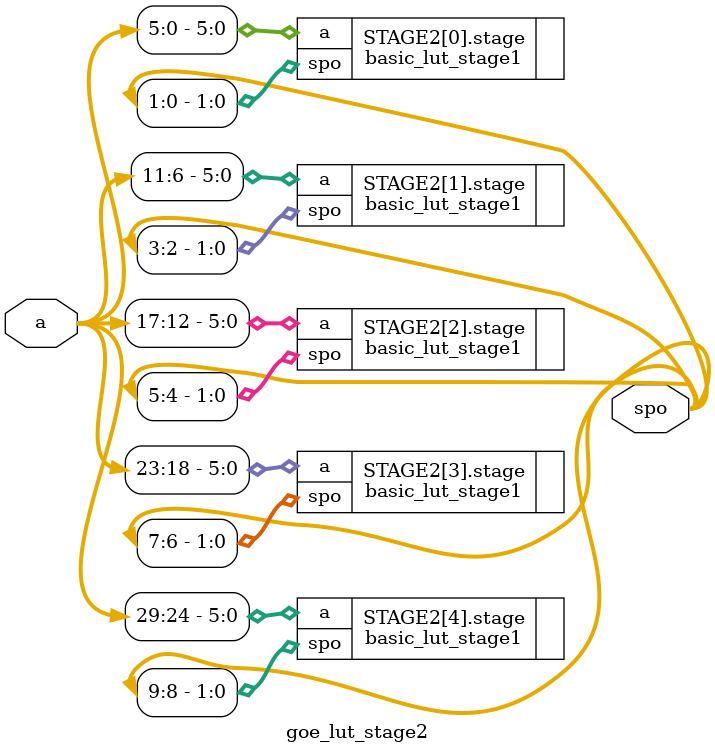
<source format=v>
`timescale 1ns / 1ps


module goe_lut_stage2(
    input [29:0] a,
    output [9:0] spo
    );

genvar gg;
generate
   for (gg=0; gg < 5; gg=gg+1)
   begin: STAGE2   
       basic_lut_stage1 stage(
            .a(a[(6*gg+5):(6*gg)]),
            .spo(spo[(2*gg+1):2*gg])
       );
   end
endgenerate
endmodule

</source>
